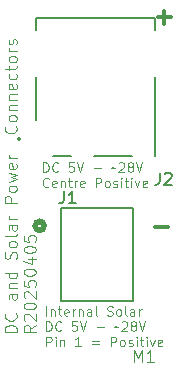
<source format=gto>
G04 #@! TF.GenerationSoftware,KiCad,Pcbnew,9.0.1+1*
G04 #@! TF.CreationDate,2025-11-12T15:12:23+00:00*
G04 #@! TF.ProjectId,solar-and-dc-connectors,736f6c61-722d-4616-9e64-2d64632d636f,rev?*
G04 #@! TF.SameCoordinates,Original*
G04 #@! TF.FileFunction,Legend,Top*
G04 #@! TF.FilePolarity,Positive*
%FSLAX46Y46*%
G04 Gerber Fmt 4.6, Leading zero omitted, Abs format (unit mm)*
G04 Created by KiCad (PCBNEW 9.0.1+1) date 2025-11-12 15:12:23*
%MOMM*%
%LPD*%
G01*
G04 APERTURE LIST*
%ADD10C,0.300000*%
%ADD11C,0.100000*%
%ADD12C,0.150000*%
%ADD13C,0.152400*%
%ADD14C,0.508000*%
%ADD15C,0.127000*%
%ADD16C,0.200000*%
%ADD17C,1.320800*%
%ADD18R,2.540000X2.000000*%
%ADD19O,1.512000X2.820000*%
%ADD20O,1.864000X3.524000*%
G04 APERTURE END LIST*
D10*
X68972510Y-48097400D02*
X70115368Y-48097400D01*
D11*
X57282475Y-56946115D02*
X56282475Y-56946115D01*
X56282475Y-56946115D02*
X56282475Y-56708020D01*
X56282475Y-56708020D02*
X56330094Y-56565163D01*
X56330094Y-56565163D02*
X56425332Y-56469925D01*
X56425332Y-56469925D02*
X56520570Y-56422306D01*
X56520570Y-56422306D02*
X56711046Y-56374687D01*
X56711046Y-56374687D02*
X56853903Y-56374687D01*
X56853903Y-56374687D02*
X57044379Y-56422306D01*
X57044379Y-56422306D02*
X57139617Y-56469925D01*
X57139617Y-56469925D02*
X57234856Y-56565163D01*
X57234856Y-56565163D02*
X57282475Y-56708020D01*
X57282475Y-56708020D02*
X57282475Y-56946115D01*
X57187236Y-55374687D02*
X57234856Y-55422306D01*
X57234856Y-55422306D02*
X57282475Y-55565163D01*
X57282475Y-55565163D02*
X57282475Y-55660401D01*
X57282475Y-55660401D02*
X57234856Y-55803258D01*
X57234856Y-55803258D02*
X57139617Y-55898496D01*
X57139617Y-55898496D02*
X57044379Y-55946115D01*
X57044379Y-55946115D02*
X56853903Y-55993734D01*
X56853903Y-55993734D02*
X56711046Y-55993734D01*
X56711046Y-55993734D02*
X56520570Y-55946115D01*
X56520570Y-55946115D02*
X56425332Y-55898496D01*
X56425332Y-55898496D02*
X56330094Y-55803258D01*
X56330094Y-55803258D02*
X56282475Y-55660401D01*
X56282475Y-55660401D02*
X56282475Y-55565163D01*
X56282475Y-55565163D02*
X56330094Y-55422306D01*
X56330094Y-55422306D02*
X56377713Y-55374687D01*
X57282475Y-53755639D02*
X56758665Y-53755639D01*
X56758665Y-53755639D02*
X56663427Y-53803258D01*
X56663427Y-53803258D02*
X56615808Y-53898496D01*
X56615808Y-53898496D02*
X56615808Y-54088972D01*
X56615808Y-54088972D02*
X56663427Y-54184210D01*
X57234856Y-53755639D02*
X57282475Y-53850877D01*
X57282475Y-53850877D02*
X57282475Y-54088972D01*
X57282475Y-54088972D02*
X57234856Y-54184210D01*
X57234856Y-54184210D02*
X57139617Y-54231829D01*
X57139617Y-54231829D02*
X57044379Y-54231829D01*
X57044379Y-54231829D02*
X56949141Y-54184210D01*
X56949141Y-54184210D02*
X56901522Y-54088972D01*
X56901522Y-54088972D02*
X56901522Y-53850877D01*
X56901522Y-53850877D02*
X56853903Y-53755639D01*
X56615808Y-53279448D02*
X57282475Y-53279448D01*
X56711046Y-53279448D02*
X56663427Y-53231829D01*
X56663427Y-53231829D02*
X56615808Y-53136591D01*
X56615808Y-53136591D02*
X56615808Y-52993734D01*
X56615808Y-52993734D02*
X56663427Y-52898496D01*
X56663427Y-52898496D02*
X56758665Y-52850877D01*
X56758665Y-52850877D02*
X57282475Y-52850877D01*
X57282475Y-51946115D02*
X56282475Y-51946115D01*
X57234856Y-51946115D02*
X57282475Y-52041353D01*
X57282475Y-52041353D02*
X57282475Y-52231829D01*
X57282475Y-52231829D02*
X57234856Y-52327067D01*
X57234856Y-52327067D02*
X57187236Y-52374686D01*
X57187236Y-52374686D02*
X57091998Y-52422305D01*
X57091998Y-52422305D02*
X56806284Y-52422305D01*
X56806284Y-52422305D02*
X56711046Y-52374686D01*
X56711046Y-52374686D02*
X56663427Y-52327067D01*
X56663427Y-52327067D02*
X56615808Y-52231829D01*
X56615808Y-52231829D02*
X56615808Y-52041353D01*
X56615808Y-52041353D02*
X56663427Y-51946115D01*
X57234856Y-50755638D02*
X57282475Y-50612781D01*
X57282475Y-50612781D02*
X57282475Y-50374686D01*
X57282475Y-50374686D02*
X57234856Y-50279448D01*
X57234856Y-50279448D02*
X57187236Y-50231829D01*
X57187236Y-50231829D02*
X57091998Y-50184210D01*
X57091998Y-50184210D02*
X56996760Y-50184210D01*
X56996760Y-50184210D02*
X56901522Y-50231829D01*
X56901522Y-50231829D02*
X56853903Y-50279448D01*
X56853903Y-50279448D02*
X56806284Y-50374686D01*
X56806284Y-50374686D02*
X56758665Y-50565162D01*
X56758665Y-50565162D02*
X56711046Y-50660400D01*
X56711046Y-50660400D02*
X56663427Y-50708019D01*
X56663427Y-50708019D02*
X56568189Y-50755638D01*
X56568189Y-50755638D02*
X56472951Y-50755638D01*
X56472951Y-50755638D02*
X56377713Y-50708019D01*
X56377713Y-50708019D02*
X56330094Y-50660400D01*
X56330094Y-50660400D02*
X56282475Y-50565162D01*
X56282475Y-50565162D02*
X56282475Y-50327067D01*
X56282475Y-50327067D02*
X56330094Y-50184210D01*
X57282475Y-49612781D02*
X57234856Y-49708019D01*
X57234856Y-49708019D02*
X57187236Y-49755638D01*
X57187236Y-49755638D02*
X57091998Y-49803257D01*
X57091998Y-49803257D02*
X56806284Y-49803257D01*
X56806284Y-49803257D02*
X56711046Y-49755638D01*
X56711046Y-49755638D02*
X56663427Y-49708019D01*
X56663427Y-49708019D02*
X56615808Y-49612781D01*
X56615808Y-49612781D02*
X56615808Y-49469924D01*
X56615808Y-49469924D02*
X56663427Y-49374686D01*
X56663427Y-49374686D02*
X56711046Y-49327067D01*
X56711046Y-49327067D02*
X56806284Y-49279448D01*
X56806284Y-49279448D02*
X57091998Y-49279448D01*
X57091998Y-49279448D02*
X57187236Y-49327067D01*
X57187236Y-49327067D02*
X57234856Y-49374686D01*
X57234856Y-49374686D02*
X57282475Y-49469924D01*
X57282475Y-49469924D02*
X57282475Y-49612781D01*
X57282475Y-48708019D02*
X57234856Y-48803257D01*
X57234856Y-48803257D02*
X57139617Y-48850876D01*
X57139617Y-48850876D02*
X56282475Y-48850876D01*
X57282475Y-47898495D02*
X56758665Y-47898495D01*
X56758665Y-47898495D02*
X56663427Y-47946114D01*
X56663427Y-47946114D02*
X56615808Y-48041352D01*
X56615808Y-48041352D02*
X56615808Y-48231828D01*
X56615808Y-48231828D02*
X56663427Y-48327066D01*
X57234856Y-47898495D02*
X57282475Y-47993733D01*
X57282475Y-47993733D02*
X57282475Y-48231828D01*
X57282475Y-48231828D02*
X57234856Y-48327066D01*
X57234856Y-48327066D02*
X57139617Y-48374685D01*
X57139617Y-48374685D02*
X57044379Y-48374685D01*
X57044379Y-48374685D02*
X56949141Y-48327066D01*
X56949141Y-48327066D02*
X56901522Y-48231828D01*
X56901522Y-48231828D02*
X56901522Y-47993733D01*
X56901522Y-47993733D02*
X56853903Y-47898495D01*
X57282475Y-47422304D02*
X56615808Y-47422304D01*
X56806284Y-47422304D02*
X56711046Y-47374685D01*
X56711046Y-47374685D02*
X56663427Y-47327066D01*
X56663427Y-47327066D02*
X56615808Y-47231828D01*
X56615808Y-47231828D02*
X56615808Y-47136590D01*
X57282475Y-46041351D02*
X56282475Y-46041351D01*
X56282475Y-46041351D02*
X56282475Y-45660399D01*
X56282475Y-45660399D02*
X56330094Y-45565161D01*
X56330094Y-45565161D02*
X56377713Y-45517542D01*
X56377713Y-45517542D02*
X56472951Y-45469923D01*
X56472951Y-45469923D02*
X56615808Y-45469923D01*
X56615808Y-45469923D02*
X56711046Y-45517542D01*
X56711046Y-45517542D02*
X56758665Y-45565161D01*
X56758665Y-45565161D02*
X56806284Y-45660399D01*
X56806284Y-45660399D02*
X56806284Y-46041351D01*
X57282475Y-44898494D02*
X57234856Y-44993732D01*
X57234856Y-44993732D02*
X57187236Y-45041351D01*
X57187236Y-45041351D02*
X57091998Y-45088970D01*
X57091998Y-45088970D02*
X56806284Y-45088970D01*
X56806284Y-45088970D02*
X56711046Y-45041351D01*
X56711046Y-45041351D02*
X56663427Y-44993732D01*
X56663427Y-44993732D02*
X56615808Y-44898494D01*
X56615808Y-44898494D02*
X56615808Y-44755637D01*
X56615808Y-44755637D02*
X56663427Y-44660399D01*
X56663427Y-44660399D02*
X56711046Y-44612780D01*
X56711046Y-44612780D02*
X56806284Y-44565161D01*
X56806284Y-44565161D02*
X57091998Y-44565161D01*
X57091998Y-44565161D02*
X57187236Y-44612780D01*
X57187236Y-44612780D02*
X57234856Y-44660399D01*
X57234856Y-44660399D02*
X57282475Y-44755637D01*
X57282475Y-44755637D02*
X57282475Y-44898494D01*
X56615808Y-44231827D02*
X57282475Y-44041351D01*
X57282475Y-44041351D02*
X56806284Y-43850875D01*
X56806284Y-43850875D02*
X57282475Y-43660399D01*
X57282475Y-43660399D02*
X56615808Y-43469923D01*
X57234856Y-42708018D02*
X57282475Y-42803256D01*
X57282475Y-42803256D02*
X57282475Y-42993732D01*
X57282475Y-42993732D02*
X57234856Y-43088970D01*
X57234856Y-43088970D02*
X57139617Y-43136589D01*
X57139617Y-43136589D02*
X56758665Y-43136589D01*
X56758665Y-43136589D02*
X56663427Y-43088970D01*
X56663427Y-43088970D02*
X56615808Y-42993732D01*
X56615808Y-42993732D02*
X56615808Y-42803256D01*
X56615808Y-42803256D02*
X56663427Y-42708018D01*
X56663427Y-42708018D02*
X56758665Y-42660399D01*
X56758665Y-42660399D02*
X56853903Y-42660399D01*
X56853903Y-42660399D02*
X56949141Y-43136589D01*
X57282475Y-42231827D02*
X56615808Y-42231827D01*
X56806284Y-42231827D02*
X56711046Y-42184208D01*
X56711046Y-42184208D02*
X56663427Y-42136589D01*
X56663427Y-42136589D02*
X56615808Y-42041351D01*
X56615808Y-42041351D02*
X56615808Y-41946113D01*
X57187236Y-39517541D02*
X57234856Y-39565160D01*
X57234856Y-39565160D02*
X57282475Y-39708017D01*
X57282475Y-39708017D02*
X57282475Y-39803255D01*
X57282475Y-39803255D02*
X57234856Y-39946112D01*
X57234856Y-39946112D02*
X57139617Y-40041350D01*
X57139617Y-40041350D02*
X57044379Y-40088969D01*
X57044379Y-40088969D02*
X56853903Y-40136588D01*
X56853903Y-40136588D02*
X56711046Y-40136588D01*
X56711046Y-40136588D02*
X56520570Y-40088969D01*
X56520570Y-40088969D02*
X56425332Y-40041350D01*
X56425332Y-40041350D02*
X56330094Y-39946112D01*
X56330094Y-39946112D02*
X56282475Y-39803255D01*
X56282475Y-39803255D02*
X56282475Y-39708017D01*
X56282475Y-39708017D02*
X56330094Y-39565160D01*
X56330094Y-39565160D02*
X56377713Y-39517541D01*
X57282475Y-38946112D02*
X57234856Y-39041350D01*
X57234856Y-39041350D02*
X57187236Y-39088969D01*
X57187236Y-39088969D02*
X57091998Y-39136588D01*
X57091998Y-39136588D02*
X56806284Y-39136588D01*
X56806284Y-39136588D02*
X56711046Y-39088969D01*
X56711046Y-39088969D02*
X56663427Y-39041350D01*
X56663427Y-39041350D02*
X56615808Y-38946112D01*
X56615808Y-38946112D02*
X56615808Y-38803255D01*
X56615808Y-38803255D02*
X56663427Y-38708017D01*
X56663427Y-38708017D02*
X56711046Y-38660398D01*
X56711046Y-38660398D02*
X56806284Y-38612779D01*
X56806284Y-38612779D02*
X57091998Y-38612779D01*
X57091998Y-38612779D02*
X57187236Y-38660398D01*
X57187236Y-38660398D02*
X57234856Y-38708017D01*
X57234856Y-38708017D02*
X57282475Y-38803255D01*
X57282475Y-38803255D02*
X57282475Y-38946112D01*
X56615808Y-38184207D02*
X57282475Y-38184207D01*
X56711046Y-38184207D02*
X56663427Y-38136588D01*
X56663427Y-38136588D02*
X56615808Y-38041350D01*
X56615808Y-38041350D02*
X56615808Y-37898493D01*
X56615808Y-37898493D02*
X56663427Y-37803255D01*
X56663427Y-37803255D02*
X56758665Y-37755636D01*
X56758665Y-37755636D02*
X57282475Y-37755636D01*
X56615808Y-37279445D02*
X57282475Y-37279445D01*
X56711046Y-37279445D02*
X56663427Y-37231826D01*
X56663427Y-37231826D02*
X56615808Y-37136588D01*
X56615808Y-37136588D02*
X56615808Y-36993731D01*
X56615808Y-36993731D02*
X56663427Y-36898493D01*
X56663427Y-36898493D02*
X56758665Y-36850874D01*
X56758665Y-36850874D02*
X57282475Y-36850874D01*
X57234856Y-35993731D02*
X57282475Y-36088969D01*
X57282475Y-36088969D02*
X57282475Y-36279445D01*
X57282475Y-36279445D02*
X57234856Y-36374683D01*
X57234856Y-36374683D02*
X57139617Y-36422302D01*
X57139617Y-36422302D02*
X56758665Y-36422302D01*
X56758665Y-36422302D02*
X56663427Y-36374683D01*
X56663427Y-36374683D02*
X56615808Y-36279445D01*
X56615808Y-36279445D02*
X56615808Y-36088969D01*
X56615808Y-36088969D02*
X56663427Y-35993731D01*
X56663427Y-35993731D02*
X56758665Y-35946112D01*
X56758665Y-35946112D02*
X56853903Y-35946112D01*
X56853903Y-35946112D02*
X56949141Y-36422302D01*
X57234856Y-35088969D02*
X57282475Y-35184207D01*
X57282475Y-35184207D02*
X57282475Y-35374683D01*
X57282475Y-35374683D02*
X57234856Y-35469921D01*
X57234856Y-35469921D02*
X57187236Y-35517540D01*
X57187236Y-35517540D02*
X57091998Y-35565159D01*
X57091998Y-35565159D02*
X56806284Y-35565159D01*
X56806284Y-35565159D02*
X56711046Y-35517540D01*
X56711046Y-35517540D02*
X56663427Y-35469921D01*
X56663427Y-35469921D02*
X56615808Y-35374683D01*
X56615808Y-35374683D02*
X56615808Y-35184207D01*
X56615808Y-35184207D02*
X56663427Y-35088969D01*
X56615808Y-34803254D02*
X56615808Y-34422302D01*
X56282475Y-34660397D02*
X57139617Y-34660397D01*
X57139617Y-34660397D02*
X57234856Y-34612778D01*
X57234856Y-34612778D02*
X57282475Y-34517540D01*
X57282475Y-34517540D02*
X57282475Y-34422302D01*
X57282475Y-33946111D02*
X57234856Y-34041349D01*
X57234856Y-34041349D02*
X57187236Y-34088968D01*
X57187236Y-34088968D02*
X57091998Y-34136587D01*
X57091998Y-34136587D02*
X56806284Y-34136587D01*
X56806284Y-34136587D02*
X56711046Y-34088968D01*
X56711046Y-34088968D02*
X56663427Y-34041349D01*
X56663427Y-34041349D02*
X56615808Y-33946111D01*
X56615808Y-33946111D02*
X56615808Y-33803254D01*
X56615808Y-33803254D02*
X56663427Y-33708016D01*
X56663427Y-33708016D02*
X56711046Y-33660397D01*
X56711046Y-33660397D02*
X56806284Y-33612778D01*
X56806284Y-33612778D02*
X57091998Y-33612778D01*
X57091998Y-33612778D02*
X57187236Y-33660397D01*
X57187236Y-33660397D02*
X57234856Y-33708016D01*
X57234856Y-33708016D02*
X57282475Y-33803254D01*
X57282475Y-33803254D02*
X57282475Y-33946111D01*
X57282475Y-33184206D02*
X56615808Y-33184206D01*
X56806284Y-33184206D02*
X56711046Y-33136587D01*
X56711046Y-33136587D02*
X56663427Y-33088968D01*
X56663427Y-33088968D02*
X56615808Y-32993730D01*
X56615808Y-32993730D02*
X56615808Y-32898492D01*
X57234856Y-32612777D02*
X57282475Y-32517539D01*
X57282475Y-32517539D02*
X57282475Y-32327063D01*
X57282475Y-32327063D02*
X57234856Y-32231825D01*
X57234856Y-32231825D02*
X57139617Y-32184206D01*
X57139617Y-32184206D02*
X57091998Y-32184206D01*
X57091998Y-32184206D02*
X56996760Y-32231825D01*
X56996760Y-32231825D02*
X56949141Y-32327063D01*
X56949141Y-32327063D02*
X56949141Y-32469920D01*
X56949141Y-32469920D02*
X56901522Y-32565158D01*
X56901522Y-32565158D02*
X56806284Y-32612777D01*
X56806284Y-32612777D02*
X56758665Y-32612777D01*
X56758665Y-32612777D02*
X56663427Y-32565158D01*
X56663427Y-32565158D02*
X56615808Y-32469920D01*
X56615808Y-32469920D02*
X56615808Y-32327063D01*
X56615808Y-32327063D02*
X56663427Y-32231825D01*
X58892419Y-56374687D02*
X58416228Y-56708020D01*
X58892419Y-56946115D02*
X57892419Y-56946115D01*
X57892419Y-56946115D02*
X57892419Y-56565163D01*
X57892419Y-56565163D02*
X57940038Y-56469925D01*
X57940038Y-56469925D02*
X57987657Y-56422306D01*
X57987657Y-56422306D02*
X58082895Y-56374687D01*
X58082895Y-56374687D02*
X58225752Y-56374687D01*
X58225752Y-56374687D02*
X58320990Y-56422306D01*
X58320990Y-56422306D02*
X58368609Y-56469925D01*
X58368609Y-56469925D02*
X58416228Y-56565163D01*
X58416228Y-56565163D02*
X58416228Y-56946115D01*
X57987657Y-55993734D02*
X57940038Y-55946115D01*
X57940038Y-55946115D02*
X57892419Y-55850877D01*
X57892419Y-55850877D02*
X57892419Y-55612782D01*
X57892419Y-55612782D02*
X57940038Y-55517544D01*
X57940038Y-55517544D02*
X57987657Y-55469925D01*
X57987657Y-55469925D02*
X58082895Y-55422306D01*
X58082895Y-55422306D02*
X58178133Y-55422306D01*
X58178133Y-55422306D02*
X58320990Y-55469925D01*
X58320990Y-55469925D02*
X58892419Y-56041353D01*
X58892419Y-56041353D02*
X58892419Y-55422306D01*
X57892419Y-54803258D02*
X57892419Y-54708020D01*
X57892419Y-54708020D02*
X57940038Y-54612782D01*
X57940038Y-54612782D02*
X57987657Y-54565163D01*
X57987657Y-54565163D02*
X58082895Y-54517544D01*
X58082895Y-54517544D02*
X58273371Y-54469925D01*
X58273371Y-54469925D02*
X58511466Y-54469925D01*
X58511466Y-54469925D02*
X58701942Y-54517544D01*
X58701942Y-54517544D02*
X58797180Y-54565163D01*
X58797180Y-54565163D02*
X58844800Y-54612782D01*
X58844800Y-54612782D02*
X58892419Y-54708020D01*
X58892419Y-54708020D02*
X58892419Y-54803258D01*
X58892419Y-54803258D02*
X58844800Y-54898496D01*
X58844800Y-54898496D02*
X58797180Y-54946115D01*
X58797180Y-54946115D02*
X58701942Y-54993734D01*
X58701942Y-54993734D02*
X58511466Y-55041353D01*
X58511466Y-55041353D02*
X58273371Y-55041353D01*
X58273371Y-55041353D02*
X58082895Y-54993734D01*
X58082895Y-54993734D02*
X57987657Y-54946115D01*
X57987657Y-54946115D02*
X57940038Y-54898496D01*
X57940038Y-54898496D02*
X57892419Y-54803258D01*
X57987657Y-54088972D02*
X57940038Y-54041353D01*
X57940038Y-54041353D02*
X57892419Y-53946115D01*
X57892419Y-53946115D02*
X57892419Y-53708020D01*
X57892419Y-53708020D02*
X57940038Y-53612782D01*
X57940038Y-53612782D02*
X57987657Y-53565163D01*
X57987657Y-53565163D02*
X58082895Y-53517544D01*
X58082895Y-53517544D02*
X58178133Y-53517544D01*
X58178133Y-53517544D02*
X58320990Y-53565163D01*
X58320990Y-53565163D02*
X58892419Y-54136591D01*
X58892419Y-54136591D02*
X58892419Y-53517544D01*
X57892419Y-52612782D02*
X57892419Y-53088972D01*
X57892419Y-53088972D02*
X58368609Y-53136591D01*
X58368609Y-53136591D02*
X58320990Y-53088972D01*
X58320990Y-53088972D02*
X58273371Y-52993734D01*
X58273371Y-52993734D02*
X58273371Y-52755639D01*
X58273371Y-52755639D02*
X58320990Y-52660401D01*
X58320990Y-52660401D02*
X58368609Y-52612782D01*
X58368609Y-52612782D02*
X58463847Y-52565163D01*
X58463847Y-52565163D02*
X58701942Y-52565163D01*
X58701942Y-52565163D02*
X58797180Y-52612782D01*
X58797180Y-52612782D02*
X58844800Y-52660401D01*
X58844800Y-52660401D02*
X58892419Y-52755639D01*
X58892419Y-52755639D02*
X58892419Y-52993734D01*
X58892419Y-52993734D02*
X58844800Y-53088972D01*
X58844800Y-53088972D02*
X58797180Y-53136591D01*
X57892419Y-51946115D02*
X57892419Y-51850877D01*
X57892419Y-51850877D02*
X57940038Y-51755639D01*
X57940038Y-51755639D02*
X57987657Y-51708020D01*
X57987657Y-51708020D02*
X58082895Y-51660401D01*
X58082895Y-51660401D02*
X58273371Y-51612782D01*
X58273371Y-51612782D02*
X58511466Y-51612782D01*
X58511466Y-51612782D02*
X58701942Y-51660401D01*
X58701942Y-51660401D02*
X58797180Y-51708020D01*
X58797180Y-51708020D02*
X58844800Y-51755639D01*
X58844800Y-51755639D02*
X58892419Y-51850877D01*
X58892419Y-51850877D02*
X58892419Y-51946115D01*
X58892419Y-51946115D02*
X58844800Y-52041353D01*
X58844800Y-52041353D02*
X58797180Y-52088972D01*
X58797180Y-52088972D02*
X58701942Y-52136591D01*
X58701942Y-52136591D02*
X58511466Y-52184210D01*
X58511466Y-52184210D02*
X58273371Y-52184210D01*
X58273371Y-52184210D02*
X58082895Y-52136591D01*
X58082895Y-52136591D02*
X57987657Y-52088972D01*
X57987657Y-52088972D02*
X57940038Y-52041353D01*
X57940038Y-52041353D02*
X57892419Y-51946115D01*
X58225752Y-50755639D02*
X58892419Y-50755639D01*
X57844800Y-50993734D02*
X58559085Y-51231829D01*
X58559085Y-51231829D02*
X58559085Y-50612782D01*
X57892419Y-50041353D02*
X57892419Y-49946115D01*
X57892419Y-49946115D02*
X57940038Y-49850877D01*
X57940038Y-49850877D02*
X57987657Y-49803258D01*
X57987657Y-49803258D02*
X58082895Y-49755639D01*
X58082895Y-49755639D02*
X58273371Y-49708020D01*
X58273371Y-49708020D02*
X58511466Y-49708020D01*
X58511466Y-49708020D02*
X58701942Y-49755639D01*
X58701942Y-49755639D02*
X58797180Y-49803258D01*
X58797180Y-49803258D02*
X58844800Y-49850877D01*
X58844800Y-49850877D02*
X58892419Y-49946115D01*
X58892419Y-49946115D02*
X58892419Y-50041353D01*
X58892419Y-50041353D02*
X58844800Y-50136591D01*
X58844800Y-50136591D02*
X58797180Y-50184210D01*
X58797180Y-50184210D02*
X58701942Y-50231829D01*
X58701942Y-50231829D02*
X58511466Y-50279448D01*
X58511466Y-50279448D02*
X58273371Y-50279448D01*
X58273371Y-50279448D02*
X58082895Y-50231829D01*
X58082895Y-50231829D02*
X57987657Y-50184210D01*
X57987657Y-50184210D02*
X57940038Y-50136591D01*
X57940038Y-50136591D02*
X57892419Y-50041353D01*
X57892419Y-48803258D02*
X57892419Y-49279448D01*
X57892419Y-49279448D02*
X58368609Y-49327067D01*
X58368609Y-49327067D02*
X58320990Y-49279448D01*
X58320990Y-49279448D02*
X58273371Y-49184210D01*
X58273371Y-49184210D02*
X58273371Y-48946115D01*
X58273371Y-48946115D02*
X58320990Y-48850877D01*
X58320990Y-48850877D02*
X58368609Y-48803258D01*
X58368609Y-48803258D02*
X58463847Y-48755639D01*
X58463847Y-48755639D02*
X58701942Y-48755639D01*
X58701942Y-48755639D02*
X58797180Y-48803258D01*
X58797180Y-48803258D02*
X58844800Y-48850877D01*
X58844800Y-48850877D02*
X58892419Y-48946115D01*
X58892419Y-48946115D02*
X58892419Y-49184210D01*
X58892419Y-49184210D02*
X58844800Y-49279448D01*
X58844800Y-49279448D02*
X58797180Y-49327067D01*
D10*
X69226510Y-30317400D02*
X70369368Y-30317400D01*
X69797939Y-30888828D02*
X69797939Y-29745971D01*
D11*
X59530265Y-43412940D02*
X59530265Y-42612940D01*
X59530265Y-42612940D02*
X59720741Y-42612940D01*
X59720741Y-42612940D02*
X59835027Y-42651035D01*
X59835027Y-42651035D02*
X59911217Y-42727225D01*
X59911217Y-42727225D02*
X59949312Y-42803416D01*
X59949312Y-42803416D02*
X59987408Y-42955797D01*
X59987408Y-42955797D02*
X59987408Y-43070083D01*
X59987408Y-43070083D02*
X59949312Y-43222464D01*
X59949312Y-43222464D02*
X59911217Y-43298654D01*
X59911217Y-43298654D02*
X59835027Y-43374845D01*
X59835027Y-43374845D02*
X59720741Y-43412940D01*
X59720741Y-43412940D02*
X59530265Y-43412940D01*
X60787408Y-43336749D02*
X60749312Y-43374845D01*
X60749312Y-43374845D02*
X60635027Y-43412940D01*
X60635027Y-43412940D02*
X60558836Y-43412940D01*
X60558836Y-43412940D02*
X60444550Y-43374845D01*
X60444550Y-43374845D02*
X60368360Y-43298654D01*
X60368360Y-43298654D02*
X60330265Y-43222464D01*
X60330265Y-43222464D02*
X60292169Y-43070083D01*
X60292169Y-43070083D02*
X60292169Y-42955797D01*
X60292169Y-42955797D02*
X60330265Y-42803416D01*
X60330265Y-42803416D02*
X60368360Y-42727225D01*
X60368360Y-42727225D02*
X60444550Y-42651035D01*
X60444550Y-42651035D02*
X60558836Y-42612940D01*
X60558836Y-42612940D02*
X60635027Y-42612940D01*
X60635027Y-42612940D02*
X60749312Y-42651035D01*
X60749312Y-42651035D02*
X60787408Y-42689130D01*
X62120741Y-42612940D02*
X61739789Y-42612940D01*
X61739789Y-42612940D02*
X61701693Y-42993892D01*
X61701693Y-42993892D02*
X61739789Y-42955797D01*
X61739789Y-42955797D02*
X61815979Y-42917702D01*
X61815979Y-42917702D02*
X62006455Y-42917702D01*
X62006455Y-42917702D02*
X62082646Y-42955797D01*
X62082646Y-42955797D02*
X62120741Y-42993892D01*
X62120741Y-42993892D02*
X62158836Y-43070083D01*
X62158836Y-43070083D02*
X62158836Y-43260559D01*
X62158836Y-43260559D02*
X62120741Y-43336749D01*
X62120741Y-43336749D02*
X62082646Y-43374845D01*
X62082646Y-43374845D02*
X62006455Y-43412940D01*
X62006455Y-43412940D02*
X61815979Y-43412940D01*
X61815979Y-43412940D02*
X61739789Y-43374845D01*
X61739789Y-43374845D02*
X61701693Y-43336749D01*
X62387408Y-42612940D02*
X62654075Y-43412940D01*
X62654075Y-43412940D02*
X62920741Y-42612940D01*
X63796932Y-43108178D02*
X64406456Y-43108178D01*
X65282646Y-43108178D02*
X65320741Y-43070083D01*
X65320741Y-43070083D02*
X65396932Y-43031987D01*
X65396932Y-43031987D02*
X65549313Y-43108178D01*
X65549313Y-43108178D02*
X65625503Y-43070083D01*
X65625503Y-43070083D02*
X65663598Y-43031987D01*
X65930265Y-42689130D02*
X65968361Y-42651035D01*
X65968361Y-42651035D02*
X66044551Y-42612940D01*
X66044551Y-42612940D02*
X66235027Y-42612940D01*
X66235027Y-42612940D02*
X66311218Y-42651035D01*
X66311218Y-42651035D02*
X66349313Y-42689130D01*
X66349313Y-42689130D02*
X66387408Y-42765321D01*
X66387408Y-42765321D02*
X66387408Y-42841511D01*
X66387408Y-42841511D02*
X66349313Y-42955797D01*
X66349313Y-42955797D02*
X65892170Y-43412940D01*
X65892170Y-43412940D02*
X66387408Y-43412940D01*
X66844551Y-42955797D02*
X66768361Y-42917702D01*
X66768361Y-42917702D02*
X66730266Y-42879606D01*
X66730266Y-42879606D02*
X66692170Y-42803416D01*
X66692170Y-42803416D02*
X66692170Y-42765321D01*
X66692170Y-42765321D02*
X66730266Y-42689130D01*
X66730266Y-42689130D02*
X66768361Y-42651035D01*
X66768361Y-42651035D02*
X66844551Y-42612940D01*
X66844551Y-42612940D02*
X66996932Y-42612940D01*
X66996932Y-42612940D02*
X67073123Y-42651035D01*
X67073123Y-42651035D02*
X67111218Y-42689130D01*
X67111218Y-42689130D02*
X67149313Y-42765321D01*
X67149313Y-42765321D02*
X67149313Y-42803416D01*
X67149313Y-42803416D02*
X67111218Y-42879606D01*
X67111218Y-42879606D02*
X67073123Y-42917702D01*
X67073123Y-42917702D02*
X66996932Y-42955797D01*
X66996932Y-42955797D02*
X66844551Y-42955797D01*
X66844551Y-42955797D02*
X66768361Y-42993892D01*
X66768361Y-42993892D02*
X66730266Y-43031987D01*
X66730266Y-43031987D02*
X66692170Y-43108178D01*
X66692170Y-43108178D02*
X66692170Y-43260559D01*
X66692170Y-43260559D02*
X66730266Y-43336749D01*
X66730266Y-43336749D02*
X66768361Y-43374845D01*
X66768361Y-43374845D02*
X66844551Y-43412940D01*
X66844551Y-43412940D02*
X66996932Y-43412940D01*
X66996932Y-43412940D02*
X67073123Y-43374845D01*
X67073123Y-43374845D02*
X67111218Y-43336749D01*
X67111218Y-43336749D02*
X67149313Y-43260559D01*
X67149313Y-43260559D02*
X67149313Y-43108178D01*
X67149313Y-43108178D02*
X67111218Y-43031987D01*
X67111218Y-43031987D02*
X67073123Y-42993892D01*
X67073123Y-42993892D02*
X66996932Y-42955797D01*
X67377885Y-42612940D02*
X67644552Y-43412940D01*
X67644552Y-43412940D02*
X67911218Y-42612940D01*
X59987408Y-44624704D02*
X59949312Y-44662800D01*
X59949312Y-44662800D02*
X59835027Y-44700895D01*
X59835027Y-44700895D02*
X59758836Y-44700895D01*
X59758836Y-44700895D02*
X59644550Y-44662800D01*
X59644550Y-44662800D02*
X59568360Y-44586609D01*
X59568360Y-44586609D02*
X59530265Y-44510419D01*
X59530265Y-44510419D02*
X59492169Y-44358038D01*
X59492169Y-44358038D02*
X59492169Y-44243752D01*
X59492169Y-44243752D02*
X59530265Y-44091371D01*
X59530265Y-44091371D02*
X59568360Y-44015180D01*
X59568360Y-44015180D02*
X59644550Y-43938990D01*
X59644550Y-43938990D02*
X59758836Y-43900895D01*
X59758836Y-43900895D02*
X59835027Y-43900895D01*
X59835027Y-43900895D02*
X59949312Y-43938990D01*
X59949312Y-43938990D02*
X59987408Y-43977085D01*
X60635027Y-44662800D02*
X60558836Y-44700895D01*
X60558836Y-44700895D02*
X60406455Y-44700895D01*
X60406455Y-44700895D02*
X60330265Y-44662800D01*
X60330265Y-44662800D02*
X60292169Y-44586609D01*
X60292169Y-44586609D02*
X60292169Y-44281847D01*
X60292169Y-44281847D02*
X60330265Y-44205657D01*
X60330265Y-44205657D02*
X60406455Y-44167561D01*
X60406455Y-44167561D02*
X60558836Y-44167561D01*
X60558836Y-44167561D02*
X60635027Y-44205657D01*
X60635027Y-44205657D02*
X60673122Y-44281847D01*
X60673122Y-44281847D02*
X60673122Y-44358038D01*
X60673122Y-44358038D02*
X60292169Y-44434228D01*
X61015979Y-44167561D02*
X61015979Y-44700895D01*
X61015979Y-44243752D02*
X61054074Y-44205657D01*
X61054074Y-44205657D02*
X61130264Y-44167561D01*
X61130264Y-44167561D02*
X61244550Y-44167561D01*
X61244550Y-44167561D02*
X61320741Y-44205657D01*
X61320741Y-44205657D02*
X61358836Y-44281847D01*
X61358836Y-44281847D02*
X61358836Y-44700895D01*
X61625503Y-44167561D02*
X61930265Y-44167561D01*
X61739789Y-43900895D02*
X61739789Y-44586609D01*
X61739789Y-44586609D02*
X61777884Y-44662800D01*
X61777884Y-44662800D02*
X61854074Y-44700895D01*
X61854074Y-44700895D02*
X61930265Y-44700895D01*
X62196932Y-44700895D02*
X62196932Y-44167561D01*
X62196932Y-44319942D02*
X62235027Y-44243752D01*
X62235027Y-44243752D02*
X62273122Y-44205657D01*
X62273122Y-44205657D02*
X62349313Y-44167561D01*
X62349313Y-44167561D02*
X62425503Y-44167561D01*
X62996932Y-44662800D02*
X62920741Y-44700895D01*
X62920741Y-44700895D02*
X62768360Y-44700895D01*
X62768360Y-44700895D02*
X62692170Y-44662800D01*
X62692170Y-44662800D02*
X62654074Y-44586609D01*
X62654074Y-44586609D02*
X62654074Y-44281847D01*
X62654074Y-44281847D02*
X62692170Y-44205657D01*
X62692170Y-44205657D02*
X62768360Y-44167561D01*
X62768360Y-44167561D02*
X62920741Y-44167561D01*
X62920741Y-44167561D02*
X62996932Y-44205657D01*
X62996932Y-44205657D02*
X63035027Y-44281847D01*
X63035027Y-44281847D02*
X63035027Y-44358038D01*
X63035027Y-44358038D02*
X62654074Y-44434228D01*
X63987408Y-44700895D02*
X63987408Y-43900895D01*
X63987408Y-43900895D02*
X64292170Y-43900895D01*
X64292170Y-43900895D02*
X64368360Y-43938990D01*
X64368360Y-43938990D02*
X64406455Y-43977085D01*
X64406455Y-43977085D02*
X64444551Y-44053276D01*
X64444551Y-44053276D02*
X64444551Y-44167561D01*
X64444551Y-44167561D02*
X64406455Y-44243752D01*
X64406455Y-44243752D02*
X64368360Y-44281847D01*
X64368360Y-44281847D02*
X64292170Y-44319942D01*
X64292170Y-44319942D02*
X63987408Y-44319942D01*
X64901693Y-44700895D02*
X64825503Y-44662800D01*
X64825503Y-44662800D02*
X64787408Y-44624704D01*
X64787408Y-44624704D02*
X64749312Y-44548514D01*
X64749312Y-44548514D02*
X64749312Y-44319942D01*
X64749312Y-44319942D02*
X64787408Y-44243752D01*
X64787408Y-44243752D02*
X64825503Y-44205657D01*
X64825503Y-44205657D02*
X64901693Y-44167561D01*
X64901693Y-44167561D02*
X65015979Y-44167561D01*
X65015979Y-44167561D02*
X65092170Y-44205657D01*
X65092170Y-44205657D02*
X65130265Y-44243752D01*
X65130265Y-44243752D02*
X65168360Y-44319942D01*
X65168360Y-44319942D02*
X65168360Y-44548514D01*
X65168360Y-44548514D02*
X65130265Y-44624704D01*
X65130265Y-44624704D02*
X65092170Y-44662800D01*
X65092170Y-44662800D02*
X65015979Y-44700895D01*
X65015979Y-44700895D02*
X64901693Y-44700895D01*
X65473122Y-44662800D02*
X65549313Y-44700895D01*
X65549313Y-44700895D02*
X65701694Y-44700895D01*
X65701694Y-44700895D02*
X65777884Y-44662800D01*
X65777884Y-44662800D02*
X65815980Y-44586609D01*
X65815980Y-44586609D02*
X65815980Y-44548514D01*
X65815980Y-44548514D02*
X65777884Y-44472323D01*
X65777884Y-44472323D02*
X65701694Y-44434228D01*
X65701694Y-44434228D02*
X65587408Y-44434228D01*
X65587408Y-44434228D02*
X65511218Y-44396133D01*
X65511218Y-44396133D02*
X65473122Y-44319942D01*
X65473122Y-44319942D02*
X65473122Y-44281847D01*
X65473122Y-44281847D02*
X65511218Y-44205657D01*
X65511218Y-44205657D02*
X65587408Y-44167561D01*
X65587408Y-44167561D02*
X65701694Y-44167561D01*
X65701694Y-44167561D02*
X65777884Y-44205657D01*
X66158837Y-44700895D02*
X66158837Y-44167561D01*
X66158837Y-43900895D02*
X66120741Y-43938990D01*
X66120741Y-43938990D02*
X66158837Y-43977085D01*
X66158837Y-43977085D02*
X66196932Y-43938990D01*
X66196932Y-43938990D02*
X66158837Y-43900895D01*
X66158837Y-43900895D02*
X66158837Y-43977085D01*
X66425503Y-44167561D02*
X66730265Y-44167561D01*
X66539789Y-43900895D02*
X66539789Y-44586609D01*
X66539789Y-44586609D02*
X66577884Y-44662800D01*
X66577884Y-44662800D02*
X66654074Y-44700895D01*
X66654074Y-44700895D02*
X66730265Y-44700895D01*
X66996932Y-44700895D02*
X66996932Y-44167561D01*
X66996932Y-43900895D02*
X66958836Y-43938990D01*
X66958836Y-43938990D02*
X66996932Y-43977085D01*
X66996932Y-43977085D02*
X67035027Y-43938990D01*
X67035027Y-43938990D02*
X66996932Y-43900895D01*
X66996932Y-43900895D02*
X66996932Y-43977085D01*
X67301693Y-44167561D02*
X67492169Y-44700895D01*
X67492169Y-44700895D02*
X67682646Y-44167561D01*
X68292170Y-44662800D02*
X68215979Y-44700895D01*
X68215979Y-44700895D02*
X68063598Y-44700895D01*
X68063598Y-44700895D02*
X67987408Y-44662800D01*
X67987408Y-44662800D02*
X67949312Y-44586609D01*
X67949312Y-44586609D02*
X67949312Y-44281847D01*
X67949312Y-44281847D02*
X67987408Y-44205657D01*
X67987408Y-44205657D02*
X68063598Y-44167561D01*
X68063598Y-44167561D02*
X68215979Y-44167561D01*
X68215979Y-44167561D02*
X68292170Y-44205657D01*
X68292170Y-44205657D02*
X68330265Y-44281847D01*
X68330265Y-44281847D02*
X68330265Y-44358038D01*
X68330265Y-44358038D02*
X67949312Y-44434228D01*
X59784265Y-55586985D02*
X59784265Y-54786985D01*
X60165217Y-55053651D02*
X60165217Y-55586985D01*
X60165217Y-55129842D02*
X60203312Y-55091747D01*
X60203312Y-55091747D02*
X60279502Y-55053651D01*
X60279502Y-55053651D02*
X60393788Y-55053651D01*
X60393788Y-55053651D02*
X60469979Y-55091747D01*
X60469979Y-55091747D02*
X60508074Y-55167937D01*
X60508074Y-55167937D02*
X60508074Y-55586985D01*
X60774741Y-55053651D02*
X61079503Y-55053651D01*
X60889027Y-54786985D02*
X60889027Y-55472699D01*
X60889027Y-55472699D02*
X60927122Y-55548890D01*
X60927122Y-55548890D02*
X61003312Y-55586985D01*
X61003312Y-55586985D02*
X61079503Y-55586985D01*
X61650932Y-55548890D02*
X61574741Y-55586985D01*
X61574741Y-55586985D02*
X61422360Y-55586985D01*
X61422360Y-55586985D02*
X61346170Y-55548890D01*
X61346170Y-55548890D02*
X61308074Y-55472699D01*
X61308074Y-55472699D02*
X61308074Y-55167937D01*
X61308074Y-55167937D02*
X61346170Y-55091747D01*
X61346170Y-55091747D02*
X61422360Y-55053651D01*
X61422360Y-55053651D02*
X61574741Y-55053651D01*
X61574741Y-55053651D02*
X61650932Y-55091747D01*
X61650932Y-55091747D02*
X61689027Y-55167937D01*
X61689027Y-55167937D02*
X61689027Y-55244128D01*
X61689027Y-55244128D02*
X61308074Y-55320318D01*
X62031884Y-55586985D02*
X62031884Y-55053651D01*
X62031884Y-55206032D02*
X62069979Y-55129842D01*
X62069979Y-55129842D02*
X62108074Y-55091747D01*
X62108074Y-55091747D02*
X62184265Y-55053651D01*
X62184265Y-55053651D02*
X62260455Y-55053651D01*
X62527122Y-55053651D02*
X62527122Y-55586985D01*
X62527122Y-55129842D02*
X62565217Y-55091747D01*
X62565217Y-55091747D02*
X62641407Y-55053651D01*
X62641407Y-55053651D02*
X62755693Y-55053651D01*
X62755693Y-55053651D02*
X62831884Y-55091747D01*
X62831884Y-55091747D02*
X62869979Y-55167937D01*
X62869979Y-55167937D02*
X62869979Y-55586985D01*
X63593789Y-55586985D02*
X63593789Y-55167937D01*
X63593789Y-55167937D02*
X63555694Y-55091747D01*
X63555694Y-55091747D02*
X63479503Y-55053651D01*
X63479503Y-55053651D02*
X63327122Y-55053651D01*
X63327122Y-55053651D02*
X63250932Y-55091747D01*
X63593789Y-55548890D02*
X63517598Y-55586985D01*
X63517598Y-55586985D02*
X63327122Y-55586985D01*
X63327122Y-55586985D02*
X63250932Y-55548890D01*
X63250932Y-55548890D02*
X63212836Y-55472699D01*
X63212836Y-55472699D02*
X63212836Y-55396509D01*
X63212836Y-55396509D02*
X63250932Y-55320318D01*
X63250932Y-55320318D02*
X63327122Y-55282223D01*
X63327122Y-55282223D02*
X63517598Y-55282223D01*
X63517598Y-55282223D02*
X63593789Y-55244128D01*
X64089027Y-55586985D02*
X64012837Y-55548890D01*
X64012837Y-55548890D02*
X63974742Y-55472699D01*
X63974742Y-55472699D02*
X63974742Y-54786985D01*
X64965218Y-55548890D02*
X65079504Y-55586985D01*
X65079504Y-55586985D02*
X65269980Y-55586985D01*
X65269980Y-55586985D02*
X65346171Y-55548890D01*
X65346171Y-55548890D02*
X65384266Y-55510794D01*
X65384266Y-55510794D02*
X65422361Y-55434604D01*
X65422361Y-55434604D02*
X65422361Y-55358413D01*
X65422361Y-55358413D02*
X65384266Y-55282223D01*
X65384266Y-55282223D02*
X65346171Y-55244128D01*
X65346171Y-55244128D02*
X65269980Y-55206032D01*
X65269980Y-55206032D02*
X65117599Y-55167937D01*
X65117599Y-55167937D02*
X65041409Y-55129842D01*
X65041409Y-55129842D02*
X65003314Y-55091747D01*
X65003314Y-55091747D02*
X64965218Y-55015556D01*
X64965218Y-55015556D02*
X64965218Y-54939366D01*
X64965218Y-54939366D02*
X65003314Y-54863175D01*
X65003314Y-54863175D02*
X65041409Y-54825080D01*
X65041409Y-54825080D02*
X65117599Y-54786985D01*
X65117599Y-54786985D02*
X65308076Y-54786985D01*
X65308076Y-54786985D02*
X65422361Y-54825080D01*
X65879504Y-55586985D02*
X65803314Y-55548890D01*
X65803314Y-55548890D02*
X65765219Y-55510794D01*
X65765219Y-55510794D02*
X65727123Y-55434604D01*
X65727123Y-55434604D02*
X65727123Y-55206032D01*
X65727123Y-55206032D02*
X65765219Y-55129842D01*
X65765219Y-55129842D02*
X65803314Y-55091747D01*
X65803314Y-55091747D02*
X65879504Y-55053651D01*
X65879504Y-55053651D02*
X65993790Y-55053651D01*
X65993790Y-55053651D02*
X66069981Y-55091747D01*
X66069981Y-55091747D02*
X66108076Y-55129842D01*
X66108076Y-55129842D02*
X66146171Y-55206032D01*
X66146171Y-55206032D02*
X66146171Y-55434604D01*
X66146171Y-55434604D02*
X66108076Y-55510794D01*
X66108076Y-55510794D02*
X66069981Y-55548890D01*
X66069981Y-55548890D02*
X65993790Y-55586985D01*
X65993790Y-55586985D02*
X65879504Y-55586985D01*
X66603314Y-55586985D02*
X66527124Y-55548890D01*
X66527124Y-55548890D02*
X66489029Y-55472699D01*
X66489029Y-55472699D02*
X66489029Y-54786985D01*
X67250934Y-55586985D02*
X67250934Y-55167937D01*
X67250934Y-55167937D02*
X67212839Y-55091747D01*
X67212839Y-55091747D02*
X67136648Y-55053651D01*
X67136648Y-55053651D02*
X66984267Y-55053651D01*
X66984267Y-55053651D02*
X66908077Y-55091747D01*
X67250934Y-55548890D02*
X67174743Y-55586985D01*
X67174743Y-55586985D02*
X66984267Y-55586985D01*
X66984267Y-55586985D02*
X66908077Y-55548890D01*
X66908077Y-55548890D02*
X66869981Y-55472699D01*
X66869981Y-55472699D02*
X66869981Y-55396509D01*
X66869981Y-55396509D02*
X66908077Y-55320318D01*
X66908077Y-55320318D02*
X66984267Y-55282223D01*
X66984267Y-55282223D02*
X67174743Y-55282223D01*
X67174743Y-55282223D02*
X67250934Y-55244128D01*
X67631887Y-55586985D02*
X67631887Y-55053651D01*
X67631887Y-55206032D02*
X67669982Y-55129842D01*
X67669982Y-55129842D02*
X67708077Y-55091747D01*
X67708077Y-55091747D02*
X67784268Y-55053651D01*
X67784268Y-55053651D02*
X67860458Y-55053651D01*
X59784265Y-56874940D02*
X59784265Y-56074940D01*
X59784265Y-56074940D02*
X59974741Y-56074940D01*
X59974741Y-56074940D02*
X60089027Y-56113035D01*
X60089027Y-56113035D02*
X60165217Y-56189225D01*
X60165217Y-56189225D02*
X60203312Y-56265416D01*
X60203312Y-56265416D02*
X60241408Y-56417797D01*
X60241408Y-56417797D02*
X60241408Y-56532083D01*
X60241408Y-56532083D02*
X60203312Y-56684464D01*
X60203312Y-56684464D02*
X60165217Y-56760654D01*
X60165217Y-56760654D02*
X60089027Y-56836845D01*
X60089027Y-56836845D02*
X59974741Y-56874940D01*
X59974741Y-56874940D02*
X59784265Y-56874940D01*
X61041408Y-56798749D02*
X61003312Y-56836845D01*
X61003312Y-56836845D02*
X60889027Y-56874940D01*
X60889027Y-56874940D02*
X60812836Y-56874940D01*
X60812836Y-56874940D02*
X60698550Y-56836845D01*
X60698550Y-56836845D02*
X60622360Y-56760654D01*
X60622360Y-56760654D02*
X60584265Y-56684464D01*
X60584265Y-56684464D02*
X60546169Y-56532083D01*
X60546169Y-56532083D02*
X60546169Y-56417797D01*
X60546169Y-56417797D02*
X60584265Y-56265416D01*
X60584265Y-56265416D02*
X60622360Y-56189225D01*
X60622360Y-56189225D02*
X60698550Y-56113035D01*
X60698550Y-56113035D02*
X60812836Y-56074940D01*
X60812836Y-56074940D02*
X60889027Y-56074940D01*
X60889027Y-56074940D02*
X61003312Y-56113035D01*
X61003312Y-56113035D02*
X61041408Y-56151130D01*
X62374741Y-56074940D02*
X61993789Y-56074940D01*
X61993789Y-56074940D02*
X61955693Y-56455892D01*
X61955693Y-56455892D02*
X61993789Y-56417797D01*
X61993789Y-56417797D02*
X62069979Y-56379702D01*
X62069979Y-56379702D02*
X62260455Y-56379702D01*
X62260455Y-56379702D02*
X62336646Y-56417797D01*
X62336646Y-56417797D02*
X62374741Y-56455892D01*
X62374741Y-56455892D02*
X62412836Y-56532083D01*
X62412836Y-56532083D02*
X62412836Y-56722559D01*
X62412836Y-56722559D02*
X62374741Y-56798749D01*
X62374741Y-56798749D02*
X62336646Y-56836845D01*
X62336646Y-56836845D02*
X62260455Y-56874940D01*
X62260455Y-56874940D02*
X62069979Y-56874940D01*
X62069979Y-56874940D02*
X61993789Y-56836845D01*
X61993789Y-56836845D02*
X61955693Y-56798749D01*
X62641408Y-56074940D02*
X62908075Y-56874940D01*
X62908075Y-56874940D02*
X63174741Y-56074940D01*
X64050932Y-56570178D02*
X64660456Y-56570178D01*
X65536646Y-56570178D02*
X65574741Y-56532083D01*
X65574741Y-56532083D02*
X65650932Y-56493987D01*
X65650932Y-56493987D02*
X65803313Y-56570178D01*
X65803313Y-56570178D02*
X65879503Y-56532083D01*
X65879503Y-56532083D02*
X65917598Y-56493987D01*
X66184265Y-56151130D02*
X66222361Y-56113035D01*
X66222361Y-56113035D02*
X66298551Y-56074940D01*
X66298551Y-56074940D02*
X66489027Y-56074940D01*
X66489027Y-56074940D02*
X66565218Y-56113035D01*
X66565218Y-56113035D02*
X66603313Y-56151130D01*
X66603313Y-56151130D02*
X66641408Y-56227321D01*
X66641408Y-56227321D02*
X66641408Y-56303511D01*
X66641408Y-56303511D02*
X66603313Y-56417797D01*
X66603313Y-56417797D02*
X66146170Y-56874940D01*
X66146170Y-56874940D02*
X66641408Y-56874940D01*
X67098551Y-56417797D02*
X67022361Y-56379702D01*
X67022361Y-56379702D02*
X66984266Y-56341606D01*
X66984266Y-56341606D02*
X66946170Y-56265416D01*
X66946170Y-56265416D02*
X66946170Y-56227321D01*
X66946170Y-56227321D02*
X66984266Y-56151130D01*
X66984266Y-56151130D02*
X67022361Y-56113035D01*
X67022361Y-56113035D02*
X67098551Y-56074940D01*
X67098551Y-56074940D02*
X67250932Y-56074940D01*
X67250932Y-56074940D02*
X67327123Y-56113035D01*
X67327123Y-56113035D02*
X67365218Y-56151130D01*
X67365218Y-56151130D02*
X67403313Y-56227321D01*
X67403313Y-56227321D02*
X67403313Y-56265416D01*
X67403313Y-56265416D02*
X67365218Y-56341606D01*
X67365218Y-56341606D02*
X67327123Y-56379702D01*
X67327123Y-56379702D02*
X67250932Y-56417797D01*
X67250932Y-56417797D02*
X67098551Y-56417797D01*
X67098551Y-56417797D02*
X67022361Y-56455892D01*
X67022361Y-56455892D02*
X66984266Y-56493987D01*
X66984266Y-56493987D02*
X66946170Y-56570178D01*
X66946170Y-56570178D02*
X66946170Y-56722559D01*
X66946170Y-56722559D02*
X66984266Y-56798749D01*
X66984266Y-56798749D02*
X67022361Y-56836845D01*
X67022361Y-56836845D02*
X67098551Y-56874940D01*
X67098551Y-56874940D02*
X67250932Y-56874940D01*
X67250932Y-56874940D02*
X67327123Y-56836845D01*
X67327123Y-56836845D02*
X67365218Y-56798749D01*
X67365218Y-56798749D02*
X67403313Y-56722559D01*
X67403313Y-56722559D02*
X67403313Y-56570178D01*
X67403313Y-56570178D02*
X67365218Y-56493987D01*
X67365218Y-56493987D02*
X67327123Y-56455892D01*
X67327123Y-56455892D02*
X67250932Y-56417797D01*
X67631885Y-56074940D02*
X67898552Y-56874940D01*
X67898552Y-56874940D02*
X68165218Y-56074940D01*
X59784265Y-58162895D02*
X59784265Y-57362895D01*
X59784265Y-57362895D02*
X60089027Y-57362895D01*
X60089027Y-57362895D02*
X60165217Y-57400990D01*
X60165217Y-57400990D02*
X60203312Y-57439085D01*
X60203312Y-57439085D02*
X60241408Y-57515276D01*
X60241408Y-57515276D02*
X60241408Y-57629561D01*
X60241408Y-57629561D02*
X60203312Y-57705752D01*
X60203312Y-57705752D02*
X60165217Y-57743847D01*
X60165217Y-57743847D02*
X60089027Y-57781942D01*
X60089027Y-57781942D02*
X59784265Y-57781942D01*
X60584265Y-58162895D02*
X60584265Y-57629561D01*
X60584265Y-57362895D02*
X60546169Y-57400990D01*
X60546169Y-57400990D02*
X60584265Y-57439085D01*
X60584265Y-57439085D02*
X60622360Y-57400990D01*
X60622360Y-57400990D02*
X60584265Y-57362895D01*
X60584265Y-57362895D02*
X60584265Y-57439085D01*
X60965217Y-57629561D02*
X60965217Y-58162895D01*
X60965217Y-57705752D02*
X61003312Y-57667657D01*
X61003312Y-57667657D02*
X61079502Y-57629561D01*
X61079502Y-57629561D02*
X61193788Y-57629561D01*
X61193788Y-57629561D02*
X61269979Y-57667657D01*
X61269979Y-57667657D02*
X61308074Y-57743847D01*
X61308074Y-57743847D02*
X61308074Y-58162895D01*
X62717598Y-58162895D02*
X62260455Y-58162895D01*
X62489027Y-58162895D02*
X62489027Y-57362895D01*
X62489027Y-57362895D02*
X62412836Y-57477180D01*
X62412836Y-57477180D02*
X62336646Y-57553371D01*
X62336646Y-57553371D02*
X62260455Y-57591466D01*
X63669980Y-57743847D02*
X64279504Y-57743847D01*
X64279504Y-57972419D02*
X63669980Y-57972419D01*
X65269980Y-58162895D02*
X65269980Y-57362895D01*
X65269980Y-57362895D02*
X65574742Y-57362895D01*
X65574742Y-57362895D02*
X65650932Y-57400990D01*
X65650932Y-57400990D02*
X65689027Y-57439085D01*
X65689027Y-57439085D02*
X65727123Y-57515276D01*
X65727123Y-57515276D02*
X65727123Y-57629561D01*
X65727123Y-57629561D02*
X65689027Y-57705752D01*
X65689027Y-57705752D02*
X65650932Y-57743847D01*
X65650932Y-57743847D02*
X65574742Y-57781942D01*
X65574742Y-57781942D02*
X65269980Y-57781942D01*
X66184265Y-58162895D02*
X66108075Y-58124800D01*
X66108075Y-58124800D02*
X66069980Y-58086704D01*
X66069980Y-58086704D02*
X66031884Y-58010514D01*
X66031884Y-58010514D02*
X66031884Y-57781942D01*
X66031884Y-57781942D02*
X66069980Y-57705752D01*
X66069980Y-57705752D02*
X66108075Y-57667657D01*
X66108075Y-57667657D02*
X66184265Y-57629561D01*
X66184265Y-57629561D02*
X66298551Y-57629561D01*
X66298551Y-57629561D02*
X66374742Y-57667657D01*
X66374742Y-57667657D02*
X66412837Y-57705752D01*
X66412837Y-57705752D02*
X66450932Y-57781942D01*
X66450932Y-57781942D02*
X66450932Y-58010514D01*
X66450932Y-58010514D02*
X66412837Y-58086704D01*
X66412837Y-58086704D02*
X66374742Y-58124800D01*
X66374742Y-58124800D02*
X66298551Y-58162895D01*
X66298551Y-58162895D02*
X66184265Y-58162895D01*
X66755694Y-58124800D02*
X66831885Y-58162895D01*
X66831885Y-58162895D02*
X66984266Y-58162895D01*
X66984266Y-58162895D02*
X67060456Y-58124800D01*
X67060456Y-58124800D02*
X67098552Y-58048609D01*
X67098552Y-58048609D02*
X67098552Y-58010514D01*
X67098552Y-58010514D02*
X67060456Y-57934323D01*
X67060456Y-57934323D02*
X66984266Y-57896228D01*
X66984266Y-57896228D02*
X66869980Y-57896228D01*
X66869980Y-57896228D02*
X66793790Y-57858133D01*
X66793790Y-57858133D02*
X66755694Y-57781942D01*
X66755694Y-57781942D02*
X66755694Y-57743847D01*
X66755694Y-57743847D02*
X66793790Y-57667657D01*
X66793790Y-57667657D02*
X66869980Y-57629561D01*
X66869980Y-57629561D02*
X66984266Y-57629561D01*
X66984266Y-57629561D02*
X67060456Y-57667657D01*
X67441409Y-58162895D02*
X67441409Y-57629561D01*
X67441409Y-57362895D02*
X67403313Y-57400990D01*
X67403313Y-57400990D02*
X67441409Y-57439085D01*
X67441409Y-57439085D02*
X67479504Y-57400990D01*
X67479504Y-57400990D02*
X67441409Y-57362895D01*
X67441409Y-57362895D02*
X67441409Y-57439085D01*
X67708075Y-57629561D02*
X68012837Y-57629561D01*
X67822361Y-57362895D02*
X67822361Y-58048609D01*
X67822361Y-58048609D02*
X67860456Y-58124800D01*
X67860456Y-58124800D02*
X67936646Y-58162895D01*
X67936646Y-58162895D02*
X68012837Y-58162895D01*
X68279504Y-58162895D02*
X68279504Y-57629561D01*
X68279504Y-57362895D02*
X68241408Y-57400990D01*
X68241408Y-57400990D02*
X68279504Y-57439085D01*
X68279504Y-57439085D02*
X68317599Y-57400990D01*
X68317599Y-57400990D02*
X68279504Y-57362895D01*
X68279504Y-57362895D02*
X68279504Y-57439085D01*
X68584265Y-57629561D02*
X68774741Y-58162895D01*
X68774741Y-58162895D02*
X68965218Y-57629561D01*
X69574742Y-58124800D02*
X69498551Y-58162895D01*
X69498551Y-58162895D02*
X69346170Y-58162895D01*
X69346170Y-58162895D02*
X69269980Y-58124800D01*
X69269980Y-58124800D02*
X69231884Y-58048609D01*
X69231884Y-58048609D02*
X69231884Y-57743847D01*
X69231884Y-57743847D02*
X69269980Y-57667657D01*
X69269980Y-57667657D02*
X69346170Y-57629561D01*
X69346170Y-57629561D02*
X69498551Y-57629561D01*
X69498551Y-57629561D02*
X69574742Y-57667657D01*
X69574742Y-57667657D02*
X69612837Y-57743847D01*
X69612837Y-57743847D02*
X69612837Y-57820038D01*
X69612837Y-57820038D02*
X69231884Y-57896228D01*
D12*
X61286666Y-45064819D02*
X61286666Y-45779104D01*
X61286666Y-45779104D02*
X61239047Y-45921961D01*
X61239047Y-45921961D02*
X61143809Y-46017200D01*
X61143809Y-46017200D02*
X61000952Y-46064819D01*
X61000952Y-46064819D02*
X60905714Y-46064819D01*
X62286666Y-46064819D02*
X61715238Y-46064819D01*
X62000952Y-46064819D02*
X62000952Y-45064819D01*
X62000952Y-45064819D02*
X61905714Y-45207676D01*
X61905714Y-45207676D02*
X61810476Y-45302914D01*
X61810476Y-45302914D02*
X61715238Y-45350533D01*
D11*
X67230476Y-59467419D02*
X67230476Y-58467419D01*
X67230476Y-58467419D02*
X67563809Y-59181704D01*
X67563809Y-59181704D02*
X67897142Y-58467419D01*
X67897142Y-58467419D02*
X67897142Y-59467419D01*
X68897142Y-59467419D02*
X68325714Y-59467419D01*
X68611428Y-59467419D02*
X68611428Y-58467419D01*
X68611428Y-58467419D02*
X68516190Y-58610276D01*
X68516190Y-58610276D02*
X68420952Y-58705514D01*
X68420952Y-58705514D02*
X68325714Y-58753133D01*
D12*
X69396666Y-43484819D02*
X69396666Y-44199104D01*
X69396666Y-44199104D02*
X69349047Y-44341961D01*
X69349047Y-44341961D02*
X69253809Y-44437200D01*
X69253809Y-44437200D02*
X69110952Y-44484819D01*
X69110952Y-44484819D02*
X69015714Y-44484819D01*
X69825238Y-43580057D02*
X69872857Y-43532438D01*
X69872857Y-43532438D02*
X69968095Y-43484819D01*
X69968095Y-43484819D02*
X70206190Y-43484819D01*
X70206190Y-43484819D02*
X70301428Y-43532438D01*
X70301428Y-43532438D02*
X70349047Y-43580057D01*
X70349047Y-43580057D02*
X70396666Y-43675295D01*
X70396666Y-43675295D02*
X70396666Y-43770533D01*
X70396666Y-43770533D02*
X70349047Y-43913390D01*
X70349047Y-43913390D02*
X69777619Y-44484819D01*
X69777619Y-44484819D02*
X70396666Y-44484819D01*
D13*
X61010600Y-46502000D02*
X61010600Y-54350600D01*
X61010600Y-54350600D02*
X67157400Y-54350600D01*
X67157400Y-46502000D02*
X61010600Y-46502000D01*
X67157400Y-54350600D02*
X67157400Y-46502000D01*
D14*
X59613600Y-47979000D02*
G75*
G02*
X58851600Y-47979000I-381000J0D01*
G01*
X58851600Y-47979000D02*
G75*
G02*
X59613600Y-47979000I381000J0D01*
G01*
D15*
X58920000Y-30374000D02*
X58920000Y-31374000D01*
X58920000Y-30374000D02*
X69020000Y-30374000D01*
X58920000Y-39046000D02*
X58920000Y-35374000D01*
X61846000Y-42074000D02*
X60394000Y-42074000D01*
X67046000Y-42074000D02*
X63794000Y-42074000D01*
X69020000Y-30374000D02*
X69020000Y-31374000D01*
X69020000Y-35374000D02*
X69020000Y-42074000D01*
X69020000Y-42074000D02*
X68994000Y-42074000D01*
D16*
X57570000Y-40624000D02*
G75*
G02*
X57370000Y-40624000I-100000J0D01*
G01*
X57370000Y-40624000D02*
G75*
G02*
X57570000Y-40624000I100000J0D01*
G01*
%LPC*%
D17*
X63084000Y-47979000D03*
X65084001Y-47979000D03*
D18*
X53973000Y-30453000D03*
G36*
G01*
X56298000Y-30078000D02*
X56298000Y-30828000D01*
G75*
G02*
X56048000Y-31078000I-250000J0D01*
G01*
X55298000Y-31078000D01*
G75*
G02*
X55048000Y-30828000I0J250000D01*
G01*
X55048000Y-30078000D01*
G75*
G02*
X55298000Y-29828000I250000J0D01*
G01*
X56048000Y-29828000D01*
G75*
G02*
X56298000Y-30078000I0J-250000D01*
G01*
G37*
X53973000Y-58393000D03*
G36*
G01*
X56298000Y-58018000D02*
X56298000Y-58768000D01*
G75*
G02*
X56048000Y-59018000I-250000J0D01*
G01*
X55298000Y-59018000D01*
G75*
G02*
X55048000Y-58768000I0J250000D01*
G01*
X55048000Y-58018000D01*
G75*
G02*
X55298000Y-57768000I250000J0D01*
G01*
X56048000Y-57768000D01*
G75*
G02*
X56298000Y-58018000I0J-250000D01*
G01*
G37*
G36*
G01*
X72898000Y-30078000D02*
X72898000Y-30828000D01*
G75*
G02*
X72648000Y-31078000I-250000J0D01*
G01*
X71898000Y-31078000D01*
G75*
G02*
X71648000Y-30828000I0J250000D01*
G01*
X71648000Y-30078000D01*
G75*
G02*
X71898000Y-29828000I250000J0D01*
G01*
X72648000Y-29828000D01*
G75*
G02*
X72898000Y-30078000I0J-250000D01*
G01*
G37*
X73973000Y-30453000D03*
G36*
G01*
X72898000Y-47858000D02*
X72898000Y-48608000D01*
G75*
G02*
X72648000Y-48858000I-250000J0D01*
G01*
X71898000Y-48858000D01*
G75*
G02*
X71648000Y-48608000I0J250000D01*
G01*
X71648000Y-47858000D01*
G75*
G02*
X71898000Y-47608000I250000J0D01*
G01*
X72648000Y-47608000D01*
G75*
G02*
X72898000Y-47858000I0J-250000D01*
G01*
G37*
X73973000Y-48233000D03*
G36*
G01*
X72898000Y-50398000D02*
X72898000Y-51148000D01*
G75*
G02*
X72648000Y-51398000I-250000J0D01*
G01*
X71898000Y-51398000D01*
G75*
G02*
X71648000Y-51148000I0J250000D01*
G01*
X71648000Y-50398000D01*
G75*
G02*
X71898000Y-50148000I250000J0D01*
G01*
X72648000Y-50148000D01*
G75*
G02*
X72898000Y-50398000I0J-250000D01*
G01*
G37*
X73973000Y-50773000D03*
G36*
G01*
X72898000Y-52938000D02*
X72898000Y-53688000D01*
G75*
G02*
X72648000Y-53938000I-250000J0D01*
G01*
X71898000Y-53938000D01*
G75*
G02*
X71648000Y-53688000I0J250000D01*
G01*
X71648000Y-52938000D01*
G75*
G02*
X71898000Y-52688000I250000J0D01*
G01*
X72648000Y-52688000D01*
G75*
G02*
X72898000Y-52938000I0J-250000D01*
G01*
G37*
X73973000Y-53313000D03*
G36*
G01*
X72898000Y-55478000D02*
X72898000Y-56228000D01*
G75*
G02*
X72648000Y-56478000I-250000J0D01*
G01*
X71898000Y-56478000D01*
G75*
G02*
X71648000Y-56228000I0J250000D01*
G01*
X71648000Y-55478000D01*
G75*
G02*
X71898000Y-55228000I250000J0D01*
G01*
X72648000Y-55228000D01*
G75*
G02*
X72898000Y-55478000I0J-250000D01*
G01*
G37*
X73973000Y-55853000D03*
G36*
G01*
X72898000Y-58018000D02*
X72898000Y-58768000D01*
G75*
G02*
X72648000Y-59018000I-250000J0D01*
G01*
X71898000Y-59018000D01*
G75*
G02*
X71648000Y-58768000I0J250000D01*
G01*
X71648000Y-58018000D01*
G75*
G02*
X71898000Y-57768000I250000J0D01*
G01*
X72648000Y-57768000D01*
G75*
G02*
X72898000Y-58018000I0J-250000D01*
G01*
G37*
X73973000Y-58393000D03*
D19*
X59420000Y-40674000D03*
X68020000Y-40674000D03*
X62820000Y-40674000D03*
D20*
X68920000Y-33374000D03*
X59020000Y-33374000D03*
%LPD*%
M02*

</source>
